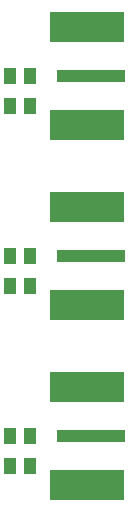
<source format=gtp>
G04 EAGLE Gerber X2 export*
%TF.Part,Single*%
%TF.FileFunction,Paste,Top*%
%TF.FilePolarity,Positive*%
%TF.GenerationSoftware,Autodesk,EAGLE,9.0.0*%
%TF.CreationDate,2018-05-12T16:03:39Z*%
G75*
%MOIN*%
%FSLAX34Y34*%
%LPD*%
%AMOC8*
5,1,8,0,0,1.08239X$1,22.5*%
G01*
%ADD10R,0.225000X0.041000*%
%ADD11R,0.250000X0.100000*%
%ADD12R,0.043307X0.055118*%


D10*
X9868Y15750D03*
D11*
X9750Y14125D03*
X9750Y17375D03*
D10*
X9868Y9750D03*
D11*
X9750Y8125D03*
X9750Y11375D03*
D10*
X9868Y3750D03*
D11*
X9750Y2125D03*
X9750Y5375D03*
D12*
X7844Y14750D03*
X7156Y14750D03*
X7156Y15750D03*
X7844Y15750D03*
X7156Y8750D03*
X7844Y8750D03*
X7844Y9750D03*
X7156Y9750D03*
X7844Y3750D03*
X7156Y3750D03*
X7844Y2750D03*
X7156Y2750D03*
M02*

</source>
